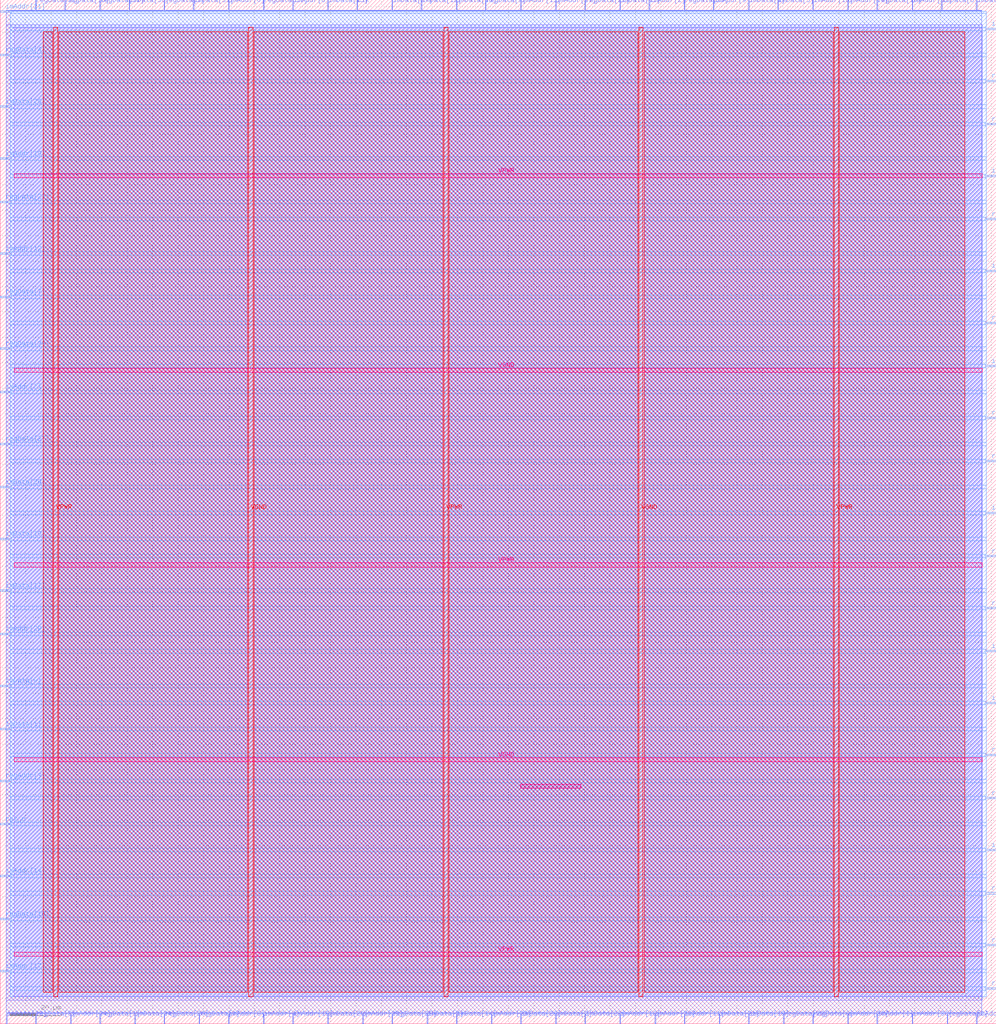
<source format=lef>
VERSION 5.7 ;
  NOWIREEXTENSIONATPIN ON ;
  DIVIDERCHAR "/" ;
  BUSBITCHARS "[]" ;
MACRO sm_cpu
  CLASS BLOCK ;
  FOREIGN sm_cpu ;
  ORIGIN 0.000 0.000 ;
  SIZE 392.005 BY 402.725 ;
  PIN clk
    DIRECTION INPUT ;
    USE SIGNAL ;
    PORT
      LAYER met2 ;
        RECT 140.390 398.725 140.670 402.725 ;
    END
  END clk
  PIN imAddr[0]
    DIRECTION OUTPUT TRISTATE ;
    USE SIGNAL ;
    PORT
      LAYER met2 ;
        RECT 89.790 398.725 90.070 402.725 ;
    END
  END imAddr[0]
  PIN imAddr[10]
    DIRECTION OUTPUT TRISTATE ;
    USE SIGNAL ;
    PORT
      LAYER met2 ;
        RECT 333.590 398.725 333.870 402.725 ;
    END
  END imAddr[10]
  PIN imAddr[11]
    DIRECTION OUTPUT TRISTATE ;
    USE SIGNAL ;
    PORT
      LAYER met2 ;
        RECT 269.190 0.000 269.470 4.000 ;
    END
  END imAddr[11]
  PIN imAddr[12]
    DIRECTION OUTPUT TRISTATE ;
    USE SIGNAL ;
    PORT
      LAYER met3 ;
        RECT 0.000 302.640 4.000 303.240 ;
    END
  END imAddr[12]
  PIN imAddr[13]
    DIRECTION OUTPUT TRISTATE ;
    USE SIGNAL ;
    PORT
      LAYER met2 ;
        RECT 204.790 398.725 205.070 402.725 ;
    END
  END imAddr[13]
  PIN imAddr[14]
    DIRECTION OUTPUT TRISTATE ;
    USE SIGNAL ;
    PORT
      LAYER met3 ;
        RECT 0.000 57.840 4.000 58.440 ;
    END
  END imAddr[14]
  PIN imAddr[15]
    DIRECTION OUTPUT TRISTATE ;
    USE SIGNAL ;
    PORT
      LAYER met2 ;
        RECT 115.090 0.000 115.370 4.000 ;
    END
  END imAddr[15]
  PIN imAddr[16]
    DIRECTION OUTPUT TRISTATE ;
    USE SIGNAL ;
    PORT
      LAYER met2 ;
        RECT 243.890 0.000 244.170 4.000 ;
    END
  END imAddr[16]
  PIN imAddr[17]
    DIRECTION OUTPUT TRISTATE ;
    USE SIGNAL ;
    PORT
      LAYER met3 ;
        RECT 0.000 20.440 4.000 21.040 ;
    END
  END imAddr[17]
  PIN imAddr[18]
    DIRECTION OUTPUT TRISTATE ;
    USE SIGNAL ;
    PORT
      LAYER met2 ;
        RECT 319.790 398.725 320.070 402.725 ;
    END
  END imAddr[18]
  PIN imAddr[19]
    DIRECTION OUTPUT TRISTATE ;
    USE SIGNAL ;
    PORT
      LAYER met3 ;
        RECT 0.000 340.040 4.000 340.640 ;
    END
  END imAddr[19]
  PIN imAddr[1]
    DIRECTION OUTPUT TRISTATE ;
    USE SIGNAL ;
    PORT
      LAYER met2 ;
        RECT 345.090 0.000 345.370 4.000 ;
    END
  END imAddr[1]
  PIN imAddr[20]
    DIRECTION OUTPUT TRISTATE ;
    USE SIGNAL ;
    PORT
      LAYER met2 ;
        RECT 333.590 0.000 333.870 4.000 ;
    END
  END imAddr[20]
  PIN imAddr[21]
    DIRECTION OUTPUT TRISTATE ;
    USE SIGNAL ;
    PORT
      LAYER met3 ;
        RECT 0.000 397.840 4.000 398.440 ;
    END
  END imAddr[21]
  PIN imAddr[22]
    DIRECTION OUTPUT TRISTATE ;
    USE SIGNAL ;
    PORT
      LAYER met3 ;
        RECT 388.005 68.040 392.005 68.640 ;
    END
  END imAddr[22]
  PIN imAddr[23]
    DIRECTION OUTPUT TRISTATE ;
    USE SIGNAL ;
    PORT
      LAYER met2 ;
        RECT 193.290 0.000 193.570 4.000 ;
    END
  END imAddr[23]
  PIN imAddr[24]
    DIRECTION OUTPUT TRISTATE ;
    USE SIGNAL ;
    PORT
      LAYER met2 ;
        RECT 27.690 0.000 27.970 4.000 ;
    END
  END imAddr[24]
  PIN imAddr[25]
    DIRECTION OUTPUT TRISTATE ;
    USE SIGNAL ;
    PORT
      LAYER met2 ;
        RECT 142.690 0.000 142.970 4.000 ;
    END
  END imAddr[25]
  PIN imAddr[26]
    DIRECTION OUTPUT TRISTATE ;
    USE SIGNAL ;
    PORT
      LAYER met2 ;
        RECT 257.690 0.000 257.970 4.000 ;
    END
  END imAddr[26]
  PIN imAddr[27]
    DIRECTION OUTPUT TRISTATE ;
    USE SIGNAL ;
    PORT
      LAYER met2 ;
        RECT 218.590 398.725 218.870 402.725 ;
    END
  END imAddr[27]
  PIN imAddr[28]
    DIRECTION OUTPUT TRISTATE ;
    USE SIGNAL ;
    PORT
      LAYER met3 ;
        RECT 388.005 258.440 392.005 259.040 ;
    END
  END imAddr[28]
  PIN imAddr[29]
    DIRECTION OUTPUT TRISTATE ;
    USE SIGNAL ;
    PORT
      LAYER met3 ;
        RECT 0.000 153.040 4.000 153.640 ;
    END
  END imAddr[29]
  PIN imAddr[2]
    DIRECTION OUTPUT TRISTATE ;
    USE SIGNAL ;
    PORT
      LAYER met2 ;
        RECT 255.390 398.725 255.670 402.725 ;
    END
  END imAddr[2]
  PIN imAddr[30]
    DIRECTION OUTPUT TRISTATE ;
    USE SIGNAL ;
    PORT
      LAYER met2 ;
        RECT 358.890 0.000 359.170 4.000 ;
    END
  END imAddr[30]
  PIN imAddr[31]
    DIRECTION OUTPUT TRISTATE ;
    USE SIGNAL ;
    PORT
      LAYER met2 ;
        RECT 358.890 398.725 359.170 402.725 ;
    END
  END imAddr[31]
  PIN imAddr[3]
    DIRECTION OUTPUT TRISTATE ;
    USE SIGNAL ;
    PORT
      LAYER met3 ;
        RECT 0.000 248.240 4.000 248.840 ;
    END
  END imAddr[3]
  PIN imAddr[4]
    DIRECTION OUTPUT TRISTATE ;
    USE SIGNAL ;
    PORT
      LAYER met2 ;
        RECT 103.590 0.000 103.870 4.000 ;
    END
  END imAddr[4]
  PIN imAddr[5]
    DIRECTION OUTPUT TRISTATE ;
    USE SIGNAL ;
    PORT
      LAYER met3 ;
        RECT 388.005 295.840 392.005 296.440 ;
    END
  END imAddr[5]
  PIN imAddr[6]
    DIRECTION OUTPUT TRISTATE ;
    USE SIGNAL ;
    PORT
      LAYER met2 ;
        RECT 89.790 0.000 90.070 4.000 ;
    END
  END imAddr[6]
  PIN imAddr[7]
    DIRECTION OUTPUT TRISTATE ;
    USE SIGNAL ;
    PORT
      LAYER met2 ;
        RECT 384.190 0.000 384.470 4.000 ;
    END
  END imAddr[7]
  PIN imAddr[8]
    DIRECTION OUTPUT TRISTATE ;
    USE SIGNAL ;
    PORT
      LAYER met2 ;
        RECT 115.090 398.725 115.370 402.725 ;
    END
  END imAddr[8]
  PIN imAddr[9]
    DIRECTION OUTPUT TRISTATE ;
    USE SIGNAL ;
    PORT
      LAYER met2 ;
        RECT 280.690 398.725 280.970 402.725 ;
    END
  END imAddr[9]
  PIN imData[0]
    DIRECTION INPUT ;
    USE SIGNAL ;
    PORT
      LAYER met3 ;
        RECT 0.000 132.640 4.000 133.240 ;
    END
  END imData[0]
  PIN imData[10]
    DIRECTION INPUT ;
    USE SIGNAL ;
    PORT
      LAYER met3 ;
        RECT 0.000 190.440 4.000 191.040 ;
    END
  END imData[10]
  PIN imData[11]
    DIRECTION INPUT ;
    USE SIGNAL ;
    PORT
      LAYER met3 ;
        RECT 388.005 146.240 392.005 146.840 ;
    END
  END imData[11]
  PIN imData[12]
    DIRECTION INPUT ;
    USE SIGNAL ;
    PORT
      LAYER met2 ;
        RECT 165.690 398.725 165.970 402.725 ;
    END
  END imData[12]
  PIN imData[13]
    DIRECTION INPUT ;
    USE SIGNAL ;
    PORT
      LAYER met2 ;
        RECT 128.890 398.725 129.170 402.725 ;
    END
  END imData[13]
  PIN imData[14]
    DIRECTION INPUT ;
    USE SIGNAL ;
    PORT
      LAYER met2 ;
        RECT 179.490 0.000 179.770 4.000 ;
    END
  END imData[14]
  PIN imData[15]
    DIRECTION INPUT ;
    USE SIGNAL ;
    PORT
      LAYER met2 ;
        RECT 243.890 398.725 244.170 402.725 ;
    END
  END imData[15]
  PIN imData[16]
    DIRECTION INPUT ;
    USE SIGNAL ;
    PORT
      LAYER met2 ;
        RECT 179.490 398.725 179.770 402.725 ;
    END
  END imData[16]
  PIN imData[17]
    DIRECTION INPUT ;
    USE SIGNAL ;
    PORT
      LAYER met3 ;
        RECT 0.000 170.040 4.000 170.640 ;
    END
  END imData[17]
  PIN imData[18]
    DIRECTION INPUT ;
    USE SIGNAL ;
    PORT
      LAYER met2 ;
        RECT 384.190 398.725 384.470 402.725 ;
    END
  END imData[18]
  PIN imData[19]
    DIRECTION INPUT ;
    USE SIGNAL ;
    PORT
      LAYER met2 ;
        RECT 294.490 0.000 294.770 4.000 ;
    END
  END imData[19]
  PIN imData[1]
    DIRECTION INPUT ;
    USE SIGNAL ;
    PORT
      LAYER met3 ;
        RECT 0.000 115.640 4.000 116.240 ;
    END
  END imData[1]
  PIN imData[20]
    DIRECTION INPUT ;
    USE SIGNAL ;
    PORT
      LAYER met2 ;
        RECT 128.890 0.000 129.170 4.000 ;
    END
  END imData[20]
  PIN imData[21]
    DIRECTION INPUT ;
    USE SIGNAL ;
    PORT
      LAYER met2 ;
        RECT 282.990 0.000 283.270 4.000 ;
    END
  END imData[21]
  PIN imData[22]
    DIRECTION INPUT ;
    USE SIGNAL ;
    PORT
      LAYER met2 ;
        RECT 230.090 0.000 230.370 4.000 ;
    END
  END imData[22]
  PIN imData[23]
    DIRECTION INPUT ;
    USE SIGNAL ;
    PORT
      LAYER met3 ;
        RECT 388.005 391.040 392.005 391.640 ;
    END
  END imData[23]
  PIN imData[24]
    DIRECTION INPUT ;
    USE SIGNAL ;
    PORT
      LAYER met2 ;
        RECT 52.990 0.000 53.270 4.000 ;
    END
  END imData[24]
  PIN imData[25]
    DIRECTION INPUT ;
    USE SIGNAL ;
    PORT
      LAYER met3 ;
        RECT 0.000 360.440 4.000 361.040 ;
    END
  END imData[25]
  PIN imData[26]
    DIRECTION INPUT ;
    USE SIGNAL ;
    PORT
      LAYER met2 ;
        RECT 204.790 0.000 205.070 4.000 ;
    END
  END imData[26]
  PIN imData[27]
    DIRECTION INPUT ;
    USE SIGNAL ;
    PORT
      LAYER met2 ;
        RECT 154.190 398.725 154.470 402.725 ;
    END
  END imData[27]
  PIN imData[28]
    DIRECTION INPUT ;
    USE SIGNAL ;
    PORT
      LAYER met2 ;
        RECT 2.390 0.000 2.670 4.000 ;
    END
  END imData[28]
  PIN imData[29]
    DIRECTION INPUT ;
    USE SIGNAL ;
    PORT
      LAYER met3 ;
        RECT 0.000 210.840 4.000 211.440 ;
    END
  END imData[29]
  PIN imData[2]
    DIRECTION INPUT ;
    USE SIGNAL ;
    PORT
      LAYER met3 ;
        RECT 388.005 200.640 392.005 201.240 ;
    END
  END imData[2]
  PIN imData[30]
    DIRECTION INPUT ;
    USE SIGNAL ;
    PORT
      LAYER met2 ;
        RECT 50.690 398.725 50.970 402.725 ;
    END
  END imData[30]
  PIN imData[31]
    DIRECTION INPUT ;
    USE SIGNAL ;
    PORT
      LAYER met2 ;
        RECT 75.990 398.725 76.270 402.725 ;
    END
  END imData[31]
  PIN imData[3]
    DIRECTION INPUT ;
    USE SIGNAL ;
    PORT
      LAYER met3 ;
        RECT 388.005 333.240 392.005 333.840 ;
    END
  END imData[3]
  PIN imData[4]
    DIRECTION INPUT ;
    USE SIGNAL ;
    PORT
      LAYER met2 ;
        RECT 294.490 398.725 294.770 402.725 ;
    END
  END imData[4]
  PIN imData[5]
    DIRECTION INPUT ;
    USE SIGNAL ;
    PORT
      LAYER met2 ;
        RECT 305.990 398.725 306.270 402.725 ;
    END
  END imData[5]
  PIN imData[6]
    DIRECTION INPUT ;
    USE SIGNAL ;
    PORT
      LAYER met2 ;
        RECT 370.390 398.725 370.670 402.725 ;
    END
  END imData[6]
  PIN imData[7]
    DIRECTION INPUT ;
    USE SIGNAL ;
    PORT
      LAYER met2 ;
        RECT 218.590 0.000 218.870 4.000 ;
    END
  END imData[7]
  PIN imData[8]
    DIRECTION INPUT ;
    USE SIGNAL ;
    PORT
      LAYER met3 ;
        RECT 388.005 125.840 392.005 126.440 ;
    END
  END imData[8]
  PIN imData[9]
    DIRECTION INPUT ;
    USE SIGNAL ;
    PORT
      LAYER met2 ;
        RECT 167.990 0.000 168.270 4.000 ;
    END
  END imData[9]
  PIN regAddr[0]
    DIRECTION INPUT ;
    USE SIGNAL ;
    PORT
      LAYER met3 ;
        RECT 388.005 51.040 392.005 51.640 ;
    END
  END regAddr[0]
  PIN regAddr[1]
    DIRECTION INPUT ;
    USE SIGNAL ;
    PORT
      LAYER met3 ;
        RECT 388.005 105.440 392.005 106.040 ;
    END
  END regAddr[1]
  PIN regAddr[2]
    DIRECTION INPUT ;
    USE SIGNAL ;
    PORT
      LAYER met3 ;
        RECT 388.005 353.640 392.005 354.240 ;
    END
  END regAddr[2]
  PIN regAddr[3]
    DIRECTION INPUT ;
    USE SIGNAL ;
    PORT
      LAYER met3 ;
        RECT 0.000 95.240 4.000 95.840 ;
    END
  END regAddr[3]
  PIN regAddr[4]
    DIRECTION INPUT ;
    USE SIGNAL ;
    PORT
      LAYER met3 ;
        RECT 388.005 88.440 392.005 89.040 ;
    END
  END regAddr[4]
  PIN regData[0]
    DIRECTION OUTPUT TRISTATE ;
    USE SIGNAL ;
    PORT
      LAYER met2 ;
        RECT 78.290 0.000 78.570 4.000 ;
    END
  END regData[0]
  PIN regData[10]
    DIRECTION OUTPUT TRISTATE ;
    USE SIGNAL ;
    PORT
      LAYER met2 ;
        RECT 345.090 398.725 345.370 402.725 ;
    END
  END regData[10]
  PIN regData[11]
    DIRECTION OUTPUT TRISTATE ;
    USE SIGNAL ;
    PORT
      LAYER met2 ;
        RECT 103.590 398.725 103.870 402.725 ;
    END
  END regData[11]
  PIN regData[12]
    DIRECTION OUTPUT TRISTATE ;
    USE SIGNAL ;
    PORT
      LAYER met3 ;
        RECT 388.005 370.640 392.005 371.240 ;
    END
  END regData[12]
  PIN regData[13]
    DIRECTION OUTPUT TRISTATE ;
    USE SIGNAL ;
    PORT
      LAYER met3 ;
        RECT 388.005 221.040 392.005 221.640 ;
    END
  END regData[13]
  PIN regData[14]
    DIRECTION OUTPUT TRISTATE ;
    USE SIGNAL ;
    PORT
      LAYER met3 ;
        RECT 388.005 183.640 392.005 184.240 ;
    END
  END regData[14]
  PIN regData[15]
    DIRECTION OUTPUT TRISTATE ;
    USE SIGNAL ;
    PORT
      LAYER met3 ;
        RECT 388.005 13.640 392.005 14.240 ;
    END
  END regData[15]
  PIN regData[16]
    DIRECTION OUTPUT TRISTATE ;
    USE SIGNAL ;
    PORT
      LAYER met3 ;
        RECT 388.005 30.640 392.005 31.240 ;
    END
  END regData[16]
  PIN regData[17]
    DIRECTION OUTPUT TRISTATE ;
    USE SIGNAL ;
    PORT
      LAYER met3 ;
        RECT 388.005 238.040 392.005 238.640 ;
    END
  END regData[17]
  PIN regData[18]
    DIRECTION OUTPUT TRISTATE ;
    USE SIGNAL ;
    PORT
      LAYER met2 ;
        RECT 25.390 398.725 25.670 402.725 ;
    END
  END regData[18]
  PIN regData[19]
    DIRECTION OUTPUT TRISTATE ;
    USE SIGNAL ;
    PORT
      LAYER met3 ;
        RECT 0.000 40.840 4.000 41.440 ;
    END
  END regData[19]
  PIN regData[1]
    DIRECTION OUTPUT TRISTATE ;
    USE SIGNAL ;
    PORT
      LAYER met2 ;
        RECT 39.190 0.000 39.470 4.000 ;
    END
  END regData[1]
  PIN regData[20]
    DIRECTION OUTPUT TRISTATE ;
    USE SIGNAL ;
    PORT
      LAYER met2 ;
        RECT 64.490 0.000 64.770 4.000 ;
    END
  END regData[20]
  PIN regData[21]
    DIRECTION OUTPUT TRISTATE ;
    USE SIGNAL ;
    PORT
      LAYER met2 ;
        RECT 230.090 398.725 230.370 402.725 ;
    END
  END regData[21]
  PIN regData[22]
    DIRECTION OUTPUT TRISTATE ;
    USE SIGNAL ;
    PORT
      LAYER met2 ;
        RECT 13.890 398.725 14.170 402.725 ;
    END
  END regData[22]
  PIN regData[23]
    DIRECTION OUTPUT TRISTATE ;
    USE SIGNAL ;
    PORT
      LAYER met2 ;
        RECT 269.190 398.725 269.470 402.725 ;
    END
  END regData[23]
  PIN regData[24]
    DIRECTION OUTPUT TRISTATE ;
    USE SIGNAL ;
    PORT
      LAYER met3 ;
        RECT 0.000 323.040 4.000 323.640 ;
    END
  END regData[24]
  PIN regData[25]
    DIRECTION OUTPUT TRISTATE ;
    USE SIGNAL ;
    PORT
      LAYER met2 ;
        RECT 154.190 0.000 154.470 4.000 ;
    END
  END regData[25]
  PIN regData[26]
    DIRECTION OUTPUT TRISTATE ;
    USE SIGNAL ;
    PORT
      LAYER met2 ;
        RECT 308.290 0.000 308.570 4.000 ;
    END
  END regData[26]
  PIN regData[27]
    DIRECTION OUTPUT TRISTATE ;
    USE SIGNAL ;
    PORT
      LAYER met3 ;
        RECT 0.000 227.840 4.000 228.440 ;
    END
  END regData[27]
  PIN regData[28]
    DIRECTION OUTPUT TRISTATE ;
    USE SIGNAL ;
    PORT
      LAYER met3 ;
        RECT 0.000 265.240 4.000 265.840 ;
    END
  END regData[28]
  PIN regData[29]
    DIRECTION OUTPUT TRISTATE ;
    USE SIGNAL ;
    PORT
      LAYER met3 ;
        RECT 388.005 163.240 392.005 163.840 ;
    END
  END regData[29]
  PIN regData[2]
    DIRECTION OUTPUT TRISTATE ;
    USE SIGNAL ;
    PORT
      LAYER met2 ;
        RECT 372.690 0.000 372.970 4.000 ;
    END
  END regData[2]
  PIN regData[30]
    DIRECTION OUTPUT TRISTATE ;
    USE SIGNAL ;
    PORT
      LAYER met3 ;
        RECT 388.005 316.240 392.005 316.840 ;
    END
  END regData[30]
  PIN regData[31]
    DIRECTION OUTPUT TRISTATE ;
    USE SIGNAL ;
    PORT
      LAYER met2 ;
        RECT 39.190 398.725 39.470 402.725 ;
    END
  END regData[31]
  PIN regData[3]
    DIRECTION OUTPUT TRISTATE ;
    USE SIGNAL ;
    PORT
      LAYER met2 ;
        RECT 64.490 398.725 64.770 402.725 ;
    END
  END regData[3]
  PIN regData[4]
    DIRECTION OUTPUT TRISTATE ;
    USE SIGNAL ;
    PORT
      LAYER met3 ;
        RECT 0.000 380.840 4.000 381.440 ;
    END
  END regData[4]
  PIN regData[5]
    DIRECTION OUTPUT TRISTATE ;
    USE SIGNAL ;
    PORT
      LAYER met3 ;
        RECT 388.005 275.440 392.005 276.040 ;
    END
  END regData[5]
  PIN regData[6]
    DIRECTION OUTPUT TRISTATE ;
    USE SIGNAL ;
    PORT
      LAYER met2 ;
        RECT 319.790 0.000 320.070 4.000 ;
    END
  END regData[6]
  PIN regData[7]
    DIRECTION OUTPUT TRISTATE ;
    USE SIGNAL ;
    PORT
      LAYER met3 ;
        RECT 0.000 285.640 4.000 286.240 ;
    END
  END regData[7]
  PIN regData[8]
    DIRECTION OUTPUT TRISTATE ;
    USE SIGNAL ;
    PORT
      LAYER met2 ;
        RECT 13.890 0.000 14.170 4.000 ;
    END
  END regData[8]
  PIN regData[9]
    DIRECTION OUTPUT TRISTATE ;
    USE SIGNAL ;
    PORT
      LAYER met2 ;
        RECT 190.990 398.725 191.270 402.725 ;
    END
  END regData[9]
  PIN rst_n
    DIRECTION INPUT ;
    USE SIGNAL ;
    PORT
      LAYER met3 ;
        RECT 0.000 78.240 4.000 78.840 ;
    END
  END rst_n
  PIN VPWR
    DIRECTION INOUT ;
    USE POWER ;
    PORT
      LAYER met4 ;
        RECT 328.240 10.640 329.840 391.920 ;
    END
  END VPWR
  PIN VPWR
    DIRECTION INOUT ;
    USE POWER ;
    PORT
      LAYER met4 ;
        RECT 174.640 10.640 176.240 391.920 ;
    END
  END VPWR
  PIN VPWR
    DIRECTION INOUT ;
    USE POWER ;
    PORT
      LAYER met4 ;
        RECT 21.040 10.640 22.640 391.920 ;
    END
  END VPWR
  PIN VPWR
    DIRECTION INOUT ;
    USE POWER ;
    PORT
      LAYER met5 ;
        RECT 5.520 332.850 386.400 334.450 ;
    END
  END VPWR
  PIN VPWR
    DIRECTION INOUT ;
    USE POWER ;
    PORT
      LAYER met5 ;
        RECT 5.520 179.670 386.400 181.270 ;
    END
  END VPWR
  PIN VPWR
    DIRECTION INOUT ;
    USE POWER ;
    PORT
      LAYER met5 ;
        RECT 5.520 26.490 386.400 28.090 ;
    END
  END VPWR
  PIN VGND
    DIRECTION INOUT ;
    USE GROUND ;
    PORT
      LAYER met4 ;
        RECT 251.440 10.640 253.040 391.920 ;
    END
  END VGND
  PIN VGND
    DIRECTION INOUT ;
    USE GROUND ;
    PORT
      LAYER met4 ;
        RECT 97.840 10.640 99.440 391.920 ;
    END
  END VGND
  PIN VGND
    DIRECTION INOUT ;
    USE GROUND ;
    PORT
      LAYER met5 ;
        RECT 5.520 256.260 386.400 257.860 ;
    END
  END VGND
  PIN VGND
    DIRECTION INOUT ;
    USE GROUND ;
    PORT
      LAYER met5 ;
        RECT 5.520 103.080 386.400 104.680 ;
    END
  END VGND
  OBS
      LAYER li1 ;
        RECT 5.520 10.795 386.400 391.765 ;
      LAYER met1 ;
        RECT 2.370 9.220 386.400 393.000 ;
      LAYER met2 ;
        RECT 2.400 398.445 13.610 398.725 ;
        RECT 14.450 398.445 25.110 398.725 ;
        RECT 25.950 398.445 38.910 398.725 ;
        RECT 39.750 398.445 50.410 398.725 ;
        RECT 51.250 398.445 64.210 398.725 ;
        RECT 65.050 398.445 75.710 398.725 ;
        RECT 76.550 398.445 89.510 398.725 ;
        RECT 90.350 398.445 103.310 398.725 ;
        RECT 104.150 398.445 114.810 398.725 ;
        RECT 115.650 398.445 128.610 398.725 ;
        RECT 129.450 398.445 140.110 398.725 ;
        RECT 140.950 398.445 153.910 398.725 ;
        RECT 154.750 398.445 165.410 398.725 ;
        RECT 166.250 398.445 179.210 398.725 ;
        RECT 180.050 398.445 190.710 398.725 ;
        RECT 191.550 398.445 204.510 398.725 ;
        RECT 205.350 398.445 218.310 398.725 ;
        RECT 219.150 398.445 229.810 398.725 ;
        RECT 230.650 398.445 243.610 398.725 ;
        RECT 244.450 398.445 255.110 398.725 ;
        RECT 255.950 398.445 268.910 398.725 ;
        RECT 269.750 398.445 280.410 398.725 ;
        RECT 281.250 398.445 294.210 398.725 ;
        RECT 295.050 398.445 305.710 398.725 ;
        RECT 306.550 398.445 319.510 398.725 ;
        RECT 320.350 398.445 333.310 398.725 ;
        RECT 334.150 398.445 344.810 398.725 ;
        RECT 345.650 398.445 358.610 398.725 ;
        RECT 359.450 398.445 370.110 398.725 ;
        RECT 370.950 398.445 383.910 398.725 ;
        RECT 384.750 398.445 386.300 398.725 ;
        RECT 2.400 4.280 386.300 398.445 ;
        RECT 2.950 4.000 13.610 4.280 ;
        RECT 14.450 4.000 27.410 4.280 ;
        RECT 28.250 4.000 38.910 4.280 ;
        RECT 39.750 4.000 52.710 4.280 ;
        RECT 53.550 4.000 64.210 4.280 ;
        RECT 65.050 4.000 78.010 4.280 ;
        RECT 78.850 4.000 89.510 4.280 ;
        RECT 90.350 4.000 103.310 4.280 ;
        RECT 104.150 4.000 114.810 4.280 ;
        RECT 115.650 4.000 128.610 4.280 ;
        RECT 129.450 4.000 142.410 4.280 ;
        RECT 143.250 4.000 153.910 4.280 ;
        RECT 154.750 4.000 167.710 4.280 ;
        RECT 168.550 4.000 179.210 4.280 ;
        RECT 180.050 4.000 193.010 4.280 ;
        RECT 193.850 4.000 204.510 4.280 ;
        RECT 205.350 4.000 218.310 4.280 ;
        RECT 219.150 4.000 229.810 4.280 ;
        RECT 230.650 4.000 243.610 4.280 ;
        RECT 244.450 4.000 257.410 4.280 ;
        RECT 258.250 4.000 268.910 4.280 ;
        RECT 269.750 4.000 282.710 4.280 ;
        RECT 283.550 4.000 294.210 4.280 ;
        RECT 295.050 4.000 308.010 4.280 ;
        RECT 308.850 4.000 319.510 4.280 ;
        RECT 320.350 4.000 333.310 4.280 ;
        RECT 334.150 4.000 344.810 4.280 ;
        RECT 345.650 4.000 358.610 4.280 ;
        RECT 359.450 4.000 372.410 4.280 ;
        RECT 373.250 4.000 383.910 4.280 ;
        RECT 384.750 4.000 386.300 4.280 ;
      LAYER met3 ;
        RECT 4.400 397.440 388.005 398.305 ;
        RECT 4.000 392.040 388.005 397.440 ;
        RECT 4.000 390.640 387.605 392.040 ;
        RECT 4.000 381.840 388.005 390.640 ;
        RECT 4.400 380.440 388.005 381.840 ;
        RECT 4.000 371.640 388.005 380.440 ;
        RECT 4.000 370.240 387.605 371.640 ;
        RECT 4.000 361.440 388.005 370.240 ;
        RECT 4.400 360.040 388.005 361.440 ;
        RECT 4.000 354.640 388.005 360.040 ;
        RECT 4.000 353.240 387.605 354.640 ;
        RECT 4.000 341.040 388.005 353.240 ;
        RECT 4.400 339.640 388.005 341.040 ;
        RECT 4.000 334.240 388.005 339.640 ;
        RECT 4.000 332.840 387.605 334.240 ;
        RECT 4.000 324.040 388.005 332.840 ;
        RECT 4.400 322.640 388.005 324.040 ;
        RECT 4.000 317.240 388.005 322.640 ;
        RECT 4.000 315.840 387.605 317.240 ;
        RECT 4.000 303.640 388.005 315.840 ;
        RECT 4.400 302.240 388.005 303.640 ;
        RECT 4.000 296.840 388.005 302.240 ;
        RECT 4.000 295.440 387.605 296.840 ;
        RECT 4.000 286.640 388.005 295.440 ;
        RECT 4.400 285.240 388.005 286.640 ;
        RECT 4.000 276.440 388.005 285.240 ;
        RECT 4.000 275.040 387.605 276.440 ;
        RECT 4.000 266.240 388.005 275.040 ;
        RECT 4.400 264.840 388.005 266.240 ;
        RECT 4.000 259.440 388.005 264.840 ;
        RECT 4.000 258.040 387.605 259.440 ;
        RECT 4.000 249.240 388.005 258.040 ;
        RECT 4.400 247.840 388.005 249.240 ;
        RECT 4.000 239.040 388.005 247.840 ;
        RECT 4.000 237.640 387.605 239.040 ;
        RECT 4.000 228.840 388.005 237.640 ;
        RECT 4.400 227.440 388.005 228.840 ;
        RECT 4.000 222.040 388.005 227.440 ;
        RECT 4.000 220.640 387.605 222.040 ;
        RECT 4.000 211.840 388.005 220.640 ;
        RECT 4.400 210.440 388.005 211.840 ;
        RECT 4.000 201.640 388.005 210.440 ;
        RECT 4.000 200.240 387.605 201.640 ;
        RECT 4.000 191.440 388.005 200.240 ;
        RECT 4.400 190.040 388.005 191.440 ;
        RECT 4.000 184.640 388.005 190.040 ;
        RECT 4.000 183.240 387.605 184.640 ;
        RECT 4.000 171.040 388.005 183.240 ;
        RECT 4.400 169.640 388.005 171.040 ;
        RECT 4.000 164.240 388.005 169.640 ;
        RECT 4.000 162.840 387.605 164.240 ;
        RECT 4.000 154.040 388.005 162.840 ;
        RECT 4.400 152.640 388.005 154.040 ;
        RECT 4.000 147.240 388.005 152.640 ;
        RECT 4.000 145.840 387.605 147.240 ;
        RECT 4.000 133.640 388.005 145.840 ;
        RECT 4.400 132.240 388.005 133.640 ;
        RECT 4.000 126.840 388.005 132.240 ;
        RECT 4.000 125.440 387.605 126.840 ;
        RECT 4.000 116.640 388.005 125.440 ;
        RECT 4.400 115.240 388.005 116.640 ;
        RECT 4.000 106.440 388.005 115.240 ;
        RECT 4.000 105.040 387.605 106.440 ;
        RECT 4.000 96.240 388.005 105.040 ;
        RECT 4.400 94.840 388.005 96.240 ;
        RECT 4.000 89.440 388.005 94.840 ;
        RECT 4.000 88.040 387.605 89.440 ;
        RECT 4.000 79.240 388.005 88.040 ;
        RECT 4.400 77.840 388.005 79.240 ;
        RECT 4.000 69.040 388.005 77.840 ;
        RECT 4.000 67.640 387.605 69.040 ;
        RECT 4.000 58.840 388.005 67.640 ;
        RECT 4.400 57.440 388.005 58.840 ;
        RECT 4.000 52.040 388.005 57.440 ;
        RECT 4.000 50.640 387.605 52.040 ;
        RECT 4.000 41.840 388.005 50.640 ;
        RECT 4.400 40.440 388.005 41.840 ;
        RECT 4.000 31.640 388.005 40.440 ;
        RECT 4.000 30.240 387.605 31.640 ;
        RECT 4.000 21.440 388.005 30.240 ;
        RECT 4.400 20.040 388.005 21.440 ;
        RECT 4.000 14.640 388.005 20.040 ;
        RECT 4.000 13.240 387.605 14.640 ;
        RECT 4.000 10.715 388.005 13.240 ;
      LAYER met4 ;
        RECT 16.855 12.415 20.640 390.145 ;
        RECT 23.040 12.415 97.440 390.145 ;
        RECT 99.840 12.415 174.240 390.145 ;
        RECT 176.640 12.415 251.040 390.145 ;
        RECT 253.440 12.415 327.840 390.145 ;
        RECT 330.240 12.415 379.665 390.145 ;
      LAYER met5 ;
        RECT 204.820 92.700 228.500 94.300 ;
  END
END sm_cpu
END LIBRARY


</source>
